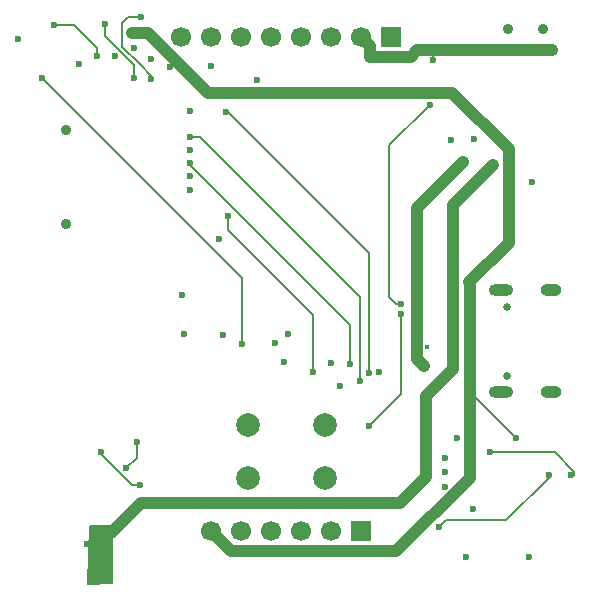
<source format=gbr>
%TF.GenerationSoftware,KiCad,Pcbnew,9.0.1*%
%TF.CreationDate,2025-09-05T18:40:03+02:00*%
%TF.ProjectId,cartouche v1,63617274-6f75-4636-9865-2076312e6b69,rev?*%
%TF.SameCoordinates,Original*%
%TF.FileFunction,Copper,L4,Bot*%
%TF.FilePolarity,Positive*%
%FSLAX46Y46*%
G04 Gerber Fmt 4.6, Leading zero omitted, Abs format (unit mm)*
G04 Created by KiCad (PCBNEW 9.0.1) date 2025-09-05 18:40:03*
%MOMM*%
%LPD*%
G01*
G04 APERTURE LIST*
%TA.AperFunction,Conductor*%
%ADD10C,0.200000*%
%TD*%
%TA.AperFunction,ComponentPad*%
%ADD11C,0.650000*%
%TD*%
%TA.AperFunction,HeatsinkPad*%
%ADD12O,2.100000X1.000000*%
%TD*%
%TA.AperFunction,HeatsinkPad*%
%ADD13O,1.800000X1.000000*%
%TD*%
%TA.AperFunction,ComponentPad*%
%ADD14C,0.900000*%
%TD*%
%TA.AperFunction,ComponentPad*%
%ADD15C,2.000000*%
%TD*%
%TA.AperFunction,ComponentPad*%
%ADD16R,1.700000X1.700000*%
%TD*%
%TA.AperFunction,ComponentPad*%
%ADD17C,1.700000*%
%TD*%
%TA.AperFunction,ViaPad*%
%ADD18C,0.600000*%
%TD*%
%TA.AperFunction,ViaPad*%
%ADD19C,0.450000*%
%TD*%
%TA.AperFunction,Conductor*%
%ADD20C,1.000000*%
%TD*%
G04 APERTURE END LIST*
D10*
%TO.N,Vin*%
X135525000Y-123575000D02*
X135550000Y-127500000D01*
X133500000Y-127550000D01*
X133625000Y-122650000D01*
X135525000Y-122650000D01*
X135525000Y-123575000D01*
%TA.AperFunction,Conductor*%
G36*
X135525000Y-123575000D02*
G01*
X135550000Y-127500000D01*
X133500000Y-127550000D01*
X133625000Y-122650000D01*
X135525000Y-122650000D01*
X135525000Y-123575000D01*
G37*
%TD.AperFunction*%
%TD*%
D11*
%TO.P,USB-C,*%
%TO.N,*%
X168985000Y-109940000D03*
X168985000Y-104160000D03*
D12*
%TO.P,USB-C,S1,SHIELD*%
%TO.N,GND*%
X168485000Y-111370000D03*
D13*
X172665000Y-111370000D03*
D12*
X168485000Y-102730000D03*
D13*
X172665000Y-102730000D03*
%TD*%
D14*
%TO.P,switch_ON/OFF,*%
%TO.N,*%
X172050000Y-80600000D03*
X169050000Y-80600000D03*
%TD*%
%TO.P,MicroSD,*%
%TO.N,*%
X131587500Y-97150000D03*
X131587500Y-89150000D03*
%TD*%
D15*
%TO.P,S1,1,1*%
%TO.N,Net-(R3-Pad2)*%
X147024999Y-114150000D03*
X153524999Y-114150000D03*
%TO.P,S1,2,2*%
%TO.N,GND*%
X147024999Y-118650000D03*
X153524999Y-118650000D03*
%TD*%
D16*
%TO.P,SCREEN,1,GND*%
%TO.N,GND*%
X159164999Y-81300000D03*
D17*
%TO.P,SCREEN,2,VCC*%
%TO.N,Vout3v3*%
X156624999Y-81300000D03*
%TO.P,SCREEN,3,SCL*%
%TO.N,SPI SCK*%
X154084999Y-81300000D03*
%TO.P,SCREEN,4,SDA*%
%TO.N,SPI MOSI*%
X151544999Y-81300000D03*
%TO.P,SCREEN,5,RES*%
%TO.N,Net-(U3-RES)*%
X149004999Y-81300000D03*
%TO.P,SCREEN,6,DC*%
%TO.N,\u00C9cran D{slash}C*%
X146464999Y-81300000D03*
%TO.P,SCREEN,7,CS*%
%TO.N,Net-(U3-CS)*%
X143924999Y-81300000D03*
%TO.P,SCREEN,8,BLK*%
%TO.N,Vout3v3*%
X141384999Y-81300000D03*
%TD*%
D16*
%TO.P,J2,1,Pin_1*%
%TO.N,GND*%
X156624999Y-123100000D03*
D17*
%TO.P,J2,2,Pin_2*%
%TO.N,CS Console*%
X154084999Y-123100000D03*
%TO.P,J2,3,Pin_3*%
%TO.N,SPI MOSI*%
X151544999Y-123100000D03*
%TO.P,J2,4,Pin_4*%
%TO.N,SPI MISO*%
X149004999Y-123100000D03*
%TO.P,J2,5,Pin_5*%
%TO.N,SPI SCK*%
X146464999Y-123100000D03*
%TO.P,J2,6,Pin_6*%
%TO.N,+5V*%
X143924999Y-123100000D03*
%TD*%
D18*
%TO.N,Vin*%
X133400000Y-124225000D03*
X134500000Y-126500000D03*
X134225000Y-126825000D03*
%TO.N,GND*%
X165500000Y-125300000D03*
X140425000Y-83800000D03*
X164725000Y-115200000D03*
X142087500Y-90850000D03*
X127525000Y-81450000D03*
X135775000Y-82900000D03*
D19*
X162200000Y-107500000D03*
D18*
X141425000Y-103125000D03*
%TO.N,OUT+*%
X141600000Y-106400000D03*
X165200000Y-91875000D03*
X161900000Y-109100000D03*
X163700000Y-116900000D03*
X170800000Y-125300000D03*
%TO.N,+5V*%
X137200000Y-80900000D03*
X166050000Y-121250000D03*
X169700000Y-115200000D03*
X165750000Y-102050000D03*
%TO.N,Vout3v3*%
X162725000Y-83250000D03*
X142100000Y-93050000D03*
X130600000Y-80300000D03*
X134225000Y-82900000D03*
X144600000Y-98400000D03*
X172800000Y-82360000D03*
X168300000Y-82400000D03*
%TO.N,Vin*%
X134875000Y-123225000D03*
X164250000Y-90000000D03*
X167800000Y-92100000D03*
%TO.N,Net-(U_polux1-VAUX)*%
X136700000Y-117800000D03*
X137600000Y-115600000D03*
%TO.N,SPI MOSI*%
X142100000Y-94200000D03*
X154825999Y-110825000D03*
%TO.N,SPI MISO*%
X142087500Y-89750000D03*
X156500000Y-110400000D03*
%TO.N,SPI SCK*%
X142087500Y-91950000D03*
X155700000Y-109000000D03*
%TO.N,CS Console*%
X154100000Y-108900000D03*
%TO.N,LEDrgb*%
X160000000Y-103900000D03*
X162400000Y-87050000D03*
%TO.N,Net-(Q3-G2)*%
X167500000Y-116400000D03*
X174400000Y-118362500D03*
%TO.N,Net-(Q3-G1)*%
X163200000Y-122800000D03*
X172500000Y-118362500D03*
%TO.N,Net-(U_TC4056A1-CHRG)*%
X138850000Y-83125000D03*
X163700000Y-119356348D03*
%TO.N,Net-(U_TC4056A1-STDBY)*%
X163678652Y-118065000D03*
X137400000Y-82202767D03*
%TO.N,CS_sdcard*%
X145300000Y-96400000D03*
X152500000Y-109600000D03*
%TO.N,CD*%
X157300000Y-109700000D03*
X145200000Y-87600000D03*
%TO.N,Boot Mode Select*%
X132725000Y-83550000D03*
X158100000Y-109600000D03*
%TO.N,CS \u00C9cran*%
X147800000Y-84900000D03*
X150100000Y-108800000D03*
%TO.N,SW-reset*%
X129615472Y-84755913D03*
X146500000Y-107300000D03*
%TO.N,Net-(LED2-K)*%
X137950000Y-79600000D03*
X138850000Y-84800000D03*
%TO.N,SW-1*%
X160000000Y-104700000D03*
X157300000Y-114200000D03*
%TO.N,Net-(LED3-K)*%
X134900000Y-80215000D03*
X137350000Y-84750000D03*
%TO.N,Net-(Q1-S)*%
X166150000Y-89950000D03*
X171050000Y-93550000D03*
%TO.N,\u00C9cran D{slash}C*%
X149300000Y-107200000D03*
%TO.N,Net-(U2-CD)*%
X142087500Y-87550000D03*
%TO.N,Net-(U3-RES)*%
X144900000Y-106500000D03*
X150400000Y-106400000D03*
%TO.N,Net-(U3-CS)*%
X143900000Y-83700000D03*
%TO.N,3v3*%
X134612500Y-116387500D03*
X137900000Y-119200000D03*
%TD*%
D10*
%TO.N,SPI MISO*%
X142087500Y-89750000D02*
X142990000Y-89750000D01*
X142990000Y-89750000D02*
X156500000Y-103260000D01*
X156500000Y-103260000D02*
X156500000Y-110400000D01*
%TO.N,CS_sdcard*%
X145300000Y-96400000D02*
X145300000Y-97590000D01*
X145300000Y-97590000D02*
X152500000Y-104790000D01*
X152500000Y-104790000D02*
X152500000Y-109600000D01*
D20*
%TO.N,OUT+*%
X161300000Y-108500000D02*
X161300000Y-95775000D01*
X161300000Y-95775000D02*
X165200000Y-91875000D01*
X161900000Y-109100000D02*
X161300000Y-108500000D01*
D10*
%TO.N,+5V*%
X165800000Y-111300000D02*
X169700000Y-115200000D01*
D20*
X145624999Y-124800000D02*
X159600000Y-124800000D01*
X165800000Y-118600000D02*
X165800000Y-103350000D01*
X143651057Y-86001000D02*
X138550057Y-80900000D01*
X165800000Y-102100000D02*
X165750000Y-102050000D01*
D10*
X165800000Y-103350000D02*
X165800000Y-111300000D01*
D20*
X165800000Y-103350000D02*
X165800000Y-102100000D01*
X164301000Y-86001000D02*
X143651057Y-86001000D01*
X165750000Y-102050000D02*
X169100000Y-98700000D01*
X138550057Y-80900000D02*
X137200000Y-80900000D01*
X169100000Y-98700000D02*
X169100000Y-90800000D01*
X169100000Y-90800000D02*
X164301000Y-86001000D01*
X143924999Y-123100000D02*
X145624999Y-124800000D01*
X159600000Y-124800000D02*
X165800000Y-118600000D01*
%TO.N,Vout3v3*%
X162725000Y-82400000D02*
X161350000Y-82400000D01*
X168300000Y-82400000D02*
X172760000Y-82400000D01*
D10*
X134225000Y-82225000D02*
X132300000Y-80300000D01*
D20*
X160800000Y-82950000D02*
X157350000Y-82950000D01*
X157350000Y-82950000D02*
X157350000Y-82025001D01*
X156624999Y-81300000D02*
X156600000Y-81324999D01*
X172760000Y-82400000D02*
X172800000Y-82360000D01*
X157350000Y-82025001D02*
X156624999Y-81300000D01*
D10*
X134225000Y-82900000D02*
X134150000Y-82975000D01*
D20*
X168300000Y-82400000D02*
X162725000Y-82400000D01*
X161350000Y-82400000D02*
X160800000Y-82950000D01*
D10*
X162725000Y-83250000D02*
X162725000Y-82400000D01*
X134225000Y-82900000D02*
X134225000Y-82225000D01*
X132300000Y-80300000D02*
X130600000Y-80300000D01*
D20*
%TO.N,Vin*%
X134875000Y-123225000D02*
X135425000Y-123225000D01*
X164400000Y-109400000D02*
X164400000Y-95500000D01*
X138000000Y-120700000D02*
X159900000Y-120700000D01*
X135450000Y-123250000D02*
X138000000Y-120700000D01*
X164400000Y-95500000D02*
X167800000Y-92100000D01*
X162100000Y-118500000D02*
X162100000Y-111700000D01*
X162100000Y-111700000D02*
X164400000Y-109400000D01*
X135425000Y-123225000D02*
X135450000Y-123250000D01*
X159900000Y-120700000D02*
X162100000Y-118500000D01*
D10*
%TO.N,Net-(U_polux1-VAUX)*%
X137600000Y-116900000D02*
X136700000Y-117800000D01*
X137600000Y-115600000D02*
X137600000Y-116900000D01*
%TO.N,SPI SCK*%
X142087500Y-91950000D02*
X142050000Y-91950000D01*
X155700000Y-105700000D02*
X155700000Y-109000000D01*
X142050000Y-91950000D02*
X142000000Y-92000000D01*
X142000000Y-92000000D02*
X155700000Y-105700000D01*
%TO.N,LEDrgb*%
X159600000Y-103900000D02*
X160000000Y-103900000D01*
X159000000Y-103300000D02*
X159600000Y-103900000D01*
X159000000Y-100550057D02*
X159000000Y-103300000D01*
X159000000Y-100550057D02*
X159000000Y-90450000D01*
X159000000Y-90450000D02*
X162400000Y-87050000D01*
%TO.N,Net-(Q3-G2)*%
X173000000Y-116400000D02*
X174673999Y-118073999D01*
X174673999Y-118073999D02*
X174673999Y-118400000D01*
X167500000Y-116400000D02*
X173000000Y-116400000D01*
%TO.N,Net-(Q3-G1)*%
X172500000Y-118362500D02*
X172500000Y-118586152D01*
X163800000Y-122200000D02*
X163200000Y-122800000D01*
X172500000Y-118586152D02*
X168886152Y-122200000D01*
X168886152Y-122200000D02*
X163800000Y-122200000D01*
%TO.N,CD*%
X145300000Y-87600000D02*
X157300000Y-99600000D01*
X145200000Y-87600000D02*
X145300000Y-87600000D01*
X157300000Y-99600000D02*
X157300000Y-109700000D01*
%TO.N,SW-reset*%
X146500000Y-106500000D02*
X146500000Y-107300000D01*
X129615472Y-84755913D02*
X146500000Y-101640441D01*
X146500000Y-101640441D02*
X146500000Y-106500000D01*
%TO.N,Net-(LED2-K)*%
X137950000Y-79600000D02*
X136850000Y-79600000D01*
X136850000Y-79600000D02*
X136800000Y-79650000D01*
X136800000Y-79650000D02*
X136400000Y-80050000D01*
X136400000Y-81450000D02*
X136400000Y-82100000D01*
X138850000Y-84550000D02*
X138850000Y-84800000D01*
X137900000Y-83600000D02*
X138850000Y-84550000D01*
X136400000Y-80050000D02*
X136400000Y-81450000D01*
X136400000Y-82100000D02*
X137900000Y-83600000D01*
%TO.N,SW-1*%
X157300000Y-114200000D02*
X160000000Y-111500000D01*
X160000000Y-111500000D02*
X160000000Y-104700000D01*
%TO.N,Net-(LED3-K)*%
X134900000Y-80215000D02*
X134900000Y-81176471D01*
X134900000Y-81176471D02*
X136111765Y-82388236D01*
X137350000Y-83626471D02*
X137350000Y-84750000D01*
X136111765Y-82388236D02*
X137350000Y-83626471D01*
%TO.N,3v3*%
X137900000Y-119200000D02*
X137250057Y-119200000D01*
X137250057Y-119200000D02*
X134612500Y-116562443D01*
X134612500Y-116562443D02*
X134612500Y-116387500D01*
%TD*%
M02*

</source>
